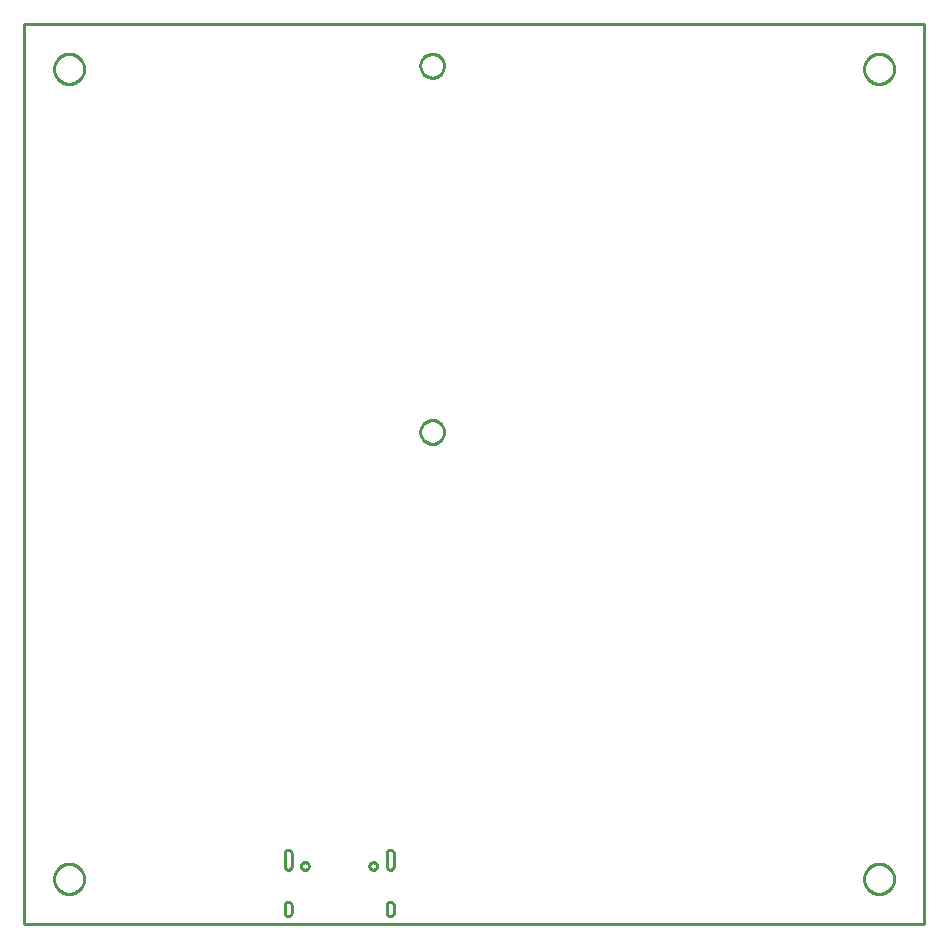
<source format=gbr>
G04 EAGLE Gerber RS-274X export*
G75*
%MOMM*%
%FSLAX34Y34*%
%LPD*%
%IN*%
%IPPOS*%
%AMOC8*
5,1,8,0,0,1.08239X$1,22.5*%
G01*
%ADD10C,0.254000*%


D10*
X0Y0D02*
X762000Y0D01*
X762000Y762000D01*
X0Y762000D01*
X0Y0D01*
X306900Y48850D02*
X306911Y48589D01*
X306946Y48329D01*
X307002Y48074D01*
X307081Y47824D01*
X307181Y47582D01*
X307302Y47350D01*
X307443Y47129D01*
X307602Y46922D01*
X307779Y46729D01*
X307972Y46552D01*
X308179Y46393D01*
X308400Y46252D01*
X308632Y46131D01*
X308874Y46031D01*
X309124Y45952D01*
X309379Y45896D01*
X309639Y45861D01*
X309900Y45850D01*
X310161Y45861D01*
X310421Y45896D01*
X310676Y45952D01*
X310926Y46031D01*
X311168Y46131D01*
X311400Y46252D01*
X311621Y46393D01*
X311828Y46552D01*
X312021Y46729D01*
X312198Y46922D01*
X312357Y47129D01*
X312498Y47350D01*
X312619Y47582D01*
X312719Y47824D01*
X312798Y48074D01*
X312854Y48329D01*
X312889Y48589D01*
X312900Y48850D01*
X312900Y59850D01*
X312889Y60111D01*
X312854Y60371D01*
X312798Y60626D01*
X312719Y60876D01*
X312619Y61118D01*
X312498Y61350D01*
X312357Y61571D01*
X312198Y61778D01*
X312021Y61971D01*
X311828Y62148D01*
X311621Y62307D01*
X311400Y62448D01*
X311168Y62569D01*
X310926Y62669D01*
X310676Y62748D01*
X310421Y62804D01*
X310161Y62839D01*
X309900Y62850D01*
X309639Y62839D01*
X309379Y62804D01*
X309124Y62748D01*
X308874Y62669D01*
X308632Y62569D01*
X308400Y62448D01*
X308179Y62307D01*
X307972Y62148D01*
X307779Y61971D01*
X307602Y61778D01*
X307443Y61571D01*
X307302Y61350D01*
X307181Y61118D01*
X307081Y60876D01*
X307002Y60626D01*
X306946Y60371D01*
X306911Y60111D01*
X306900Y59850D01*
X306900Y48850D01*
X306900Y9500D02*
X306911Y9239D01*
X306946Y8979D01*
X307002Y8724D01*
X307081Y8474D01*
X307181Y8232D01*
X307302Y8000D01*
X307443Y7779D01*
X307602Y7572D01*
X307779Y7379D01*
X307972Y7202D01*
X308179Y7043D01*
X308400Y6902D01*
X308632Y6781D01*
X308874Y6681D01*
X309124Y6602D01*
X309379Y6546D01*
X309639Y6511D01*
X309900Y6500D01*
X310161Y6511D01*
X310421Y6546D01*
X310676Y6602D01*
X310926Y6681D01*
X311168Y6781D01*
X311400Y6902D01*
X311621Y7043D01*
X311828Y7202D01*
X312021Y7379D01*
X312198Y7572D01*
X312357Y7779D01*
X312498Y8000D01*
X312619Y8232D01*
X312719Y8474D01*
X312798Y8724D01*
X312854Y8979D01*
X312889Y9239D01*
X312900Y9500D01*
X312900Y15700D01*
X312889Y15961D01*
X312854Y16221D01*
X312798Y16476D01*
X312719Y16726D01*
X312619Y16968D01*
X312498Y17200D01*
X312357Y17421D01*
X312198Y17628D01*
X312021Y17821D01*
X311828Y17998D01*
X311621Y18157D01*
X311400Y18298D01*
X311168Y18419D01*
X310926Y18519D01*
X310676Y18598D01*
X310421Y18654D01*
X310161Y18689D01*
X309900Y18700D01*
X309639Y18689D01*
X309379Y18654D01*
X309124Y18598D01*
X308874Y18519D01*
X308632Y18419D01*
X308400Y18298D01*
X308179Y18157D01*
X307972Y17998D01*
X307779Y17821D01*
X307602Y17628D01*
X307443Y17421D01*
X307302Y17200D01*
X307181Y16968D01*
X307081Y16726D01*
X307002Y16476D01*
X306946Y16221D01*
X306911Y15961D01*
X306900Y15700D01*
X306900Y9500D01*
X220500Y9500D02*
X220511Y9239D01*
X220546Y8979D01*
X220602Y8724D01*
X220681Y8474D01*
X220781Y8232D01*
X220902Y8000D01*
X221043Y7779D01*
X221202Y7572D01*
X221379Y7379D01*
X221572Y7202D01*
X221779Y7043D01*
X222000Y6902D01*
X222232Y6781D01*
X222474Y6681D01*
X222724Y6602D01*
X222979Y6546D01*
X223239Y6511D01*
X223500Y6500D01*
X223761Y6511D01*
X224021Y6546D01*
X224276Y6602D01*
X224526Y6681D01*
X224768Y6781D01*
X225000Y6902D01*
X225221Y7043D01*
X225428Y7202D01*
X225621Y7379D01*
X225798Y7572D01*
X225957Y7779D01*
X226098Y8000D01*
X226219Y8232D01*
X226319Y8474D01*
X226398Y8724D01*
X226454Y8979D01*
X226489Y9239D01*
X226500Y9500D01*
X226500Y15700D01*
X226489Y15961D01*
X226454Y16221D01*
X226398Y16476D01*
X226319Y16726D01*
X226219Y16968D01*
X226098Y17200D01*
X225957Y17421D01*
X225798Y17628D01*
X225621Y17821D01*
X225428Y17998D01*
X225221Y18157D01*
X225000Y18298D01*
X224768Y18419D01*
X224526Y18519D01*
X224276Y18598D01*
X224021Y18654D01*
X223761Y18689D01*
X223500Y18700D01*
X223239Y18689D01*
X222979Y18654D01*
X222724Y18598D01*
X222474Y18519D01*
X222232Y18419D01*
X222000Y18298D01*
X221779Y18157D01*
X221572Y17998D01*
X221379Y17821D01*
X221202Y17628D01*
X221043Y17421D01*
X220902Y17200D01*
X220781Y16968D01*
X220681Y16726D01*
X220602Y16476D01*
X220546Y16221D01*
X220511Y15961D01*
X220500Y15700D01*
X220500Y9500D01*
X220500Y48850D02*
X220511Y48589D01*
X220546Y48329D01*
X220602Y48074D01*
X220681Y47824D01*
X220781Y47582D01*
X220902Y47350D01*
X221043Y47129D01*
X221202Y46922D01*
X221379Y46729D01*
X221572Y46552D01*
X221779Y46393D01*
X222000Y46252D01*
X222232Y46131D01*
X222474Y46031D01*
X222724Y45952D01*
X222979Y45896D01*
X223239Y45861D01*
X223500Y45850D01*
X223761Y45861D01*
X224021Y45896D01*
X224276Y45952D01*
X224526Y46031D01*
X224768Y46131D01*
X225000Y46252D01*
X225221Y46393D01*
X225428Y46552D01*
X225621Y46729D01*
X225798Y46922D01*
X225957Y47129D01*
X226098Y47350D01*
X226219Y47582D01*
X226319Y47824D01*
X226398Y48074D01*
X226454Y48329D01*
X226489Y48589D01*
X226500Y48850D01*
X226500Y59850D01*
X226489Y60111D01*
X226454Y60371D01*
X226398Y60626D01*
X226319Y60876D01*
X226219Y61118D01*
X226098Y61350D01*
X225957Y61571D01*
X225798Y61778D01*
X225621Y61971D01*
X225428Y62148D01*
X225221Y62307D01*
X225000Y62448D01*
X224768Y62569D01*
X224526Y62669D01*
X224276Y62748D01*
X224021Y62804D01*
X223761Y62839D01*
X223500Y62850D01*
X223239Y62839D01*
X222979Y62804D01*
X222724Y62748D01*
X222474Y62669D01*
X222232Y62569D01*
X222000Y62448D01*
X221779Y62307D01*
X221572Y62148D01*
X221379Y61971D01*
X221202Y61778D01*
X221043Y61571D01*
X220902Y61350D01*
X220781Y61118D01*
X220681Y60876D01*
X220602Y60626D01*
X220546Y60371D01*
X220511Y60111D01*
X220500Y59850D01*
X220500Y48850D01*
X50800Y37601D02*
X50722Y36606D01*
X50566Y35620D01*
X50333Y34650D01*
X50024Y33701D01*
X49642Y32779D01*
X49189Y31890D01*
X48668Y31039D01*
X48081Y30231D01*
X47433Y29473D01*
X46727Y28767D01*
X45969Y28119D01*
X45161Y27532D01*
X44310Y27011D01*
X43421Y26558D01*
X42499Y26176D01*
X41550Y25867D01*
X40580Y25634D01*
X39594Y25478D01*
X38599Y25400D01*
X37601Y25400D01*
X36606Y25478D01*
X35620Y25634D01*
X34650Y25867D01*
X33701Y26176D01*
X32779Y26558D01*
X31890Y27011D01*
X31039Y27532D01*
X30231Y28119D01*
X29473Y28767D01*
X28767Y29473D01*
X28119Y30231D01*
X27532Y31039D01*
X27011Y31890D01*
X26558Y32779D01*
X26176Y33701D01*
X25867Y34650D01*
X25634Y35620D01*
X25478Y36606D01*
X25400Y37601D01*
X25400Y38599D01*
X25478Y39594D01*
X25634Y40580D01*
X25867Y41550D01*
X26176Y42499D01*
X26558Y43421D01*
X27011Y44310D01*
X27532Y45161D01*
X28119Y45969D01*
X28767Y46727D01*
X29473Y47433D01*
X30231Y48081D01*
X31039Y48668D01*
X31890Y49189D01*
X32779Y49642D01*
X33701Y50024D01*
X34650Y50333D01*
X35620Y50566D01*
X36606Y50722D01*
X37601Y50800D01*
X38599Y50800D01*
X39594Y50722D01*
X40580Y50566D01*
X41550Y50333D01*
X42499Y50024D01*
X43421Y49642D01*
X44310Y49189D01*
X45161Y48668D01*
X45969Y48081D01*
X46727Y47433D01*
X47433Y46727D01*
X48081Y45969D01*
X48668Y45161D01*
X49189Y44310D01*
X49642Y43421D01*
X50024Y42499D01*
X50333Y41550D01*
X50566Y40580D01*
X50722Y39594D01*
X50800Y38599D01*
X50800Y37601D01*
X736600Y37601D02*
X736522Y36606D01*
X736366Y35620D01*
X736133Y34650D01*
X735824Y33701D01*
X735442Y32779D01*
X734989Y31890D01*
X734468Y31039D01*
X733881Y30231D01*
X733233Y29473D01*
X732527Y28767D01*
X731769Y28119D01*
X730961Y27532D01*
X730110Y27011D01*
X729221Y26558D01*
X728299Y26176D01*
X727350Y25867D01*
X726380Y25634D01*
X725394Y25478D01*
X724399Y25400D01*
X723401Y25400D01*
X722406Y25478D01*
X721420Y25634D01*
X720450Y25867D01*
X719501Y26176D01*
X718579Y26558D01*
X717690Y27011D01*
X716839Y27532D01*
X716031Y28119D01*
X715273Y28767D01*
X714567Y29473D01*
X713919Y30231D01*
X713332Y31039D01*
X712811Y31890D01*
X712358Y32779D01*
X711976Y33701D01*
X711667Y34650D01*
X711434Y35620D01*
X711278Y36606D01*
X711200Y37601D01*
X711200Y38599D01*
X711278Y39594D01*
X711434Y40580D01*
X711667Y41550D01*
X711976Y42499D01*
X712358Y43421D01*
X712811Y44310D01*
X713332Y45161D01*
X713919Y45969D01*
X714567Y46727D01*
X715273Y47433D01*
X716031Y48081D01*
X716839Y48668D01*
X717690Y49189D01*
X718579Y49642D01*
X719501Y50024D01*
X720450Y50333D01*
X721420Y50566D01*
X722406Y50722D01*
X723401Y50800D01*
X724399Y50800D01*
X725394Y50722D01*
X726380Y50566D01*
X727350Y50333D01*
X728299Y50024D01*
X729221Y49642D01*
X730110Y49189D01*
X730961Y48668D01*
X731769Y48081D01*
X732527Y47433D01*
X733233Y46727D01*
X733881Y45969D01*
X734468Y45161D01*
X734989Y44310D01*
X735442Y43421D01*
X735824Y42499D01*
X736133Y41550D01*
X736366Y40580D01*
X736522Y39594D01*
X736600Y38599D01*
X736600Y37601D01*
X50800Y723401D02*
X50722Y722406D01*
X50566Y721420D01*
X50333Y720450D01*
X50024Y719501D01*
X49642Y718579D01*
X49189Y717690D01*
X48668Y716839D01*
X48081Y716031D01*
X47433Y715273D01*
X46727Y714567D01*
X45969Y713919D01*
X45161Y713332D01*
X44310Y712811D01*
X43421Y712358D01*
X42499Y711976D01*
X41550Y711667D01*
X40580Y711434D01*
X39594Y711278D01*
X38599Y711200D01*
X37601Y711200D01*
X36606Y711278D01*
X35620Y711434D01*
X34650Y711667D01*
X33701Y711976D01*
X32779Y712358D01*
X31890Y712811D01*
X31039Y713332D01*
X30231Y713919D01*
X29473Y714567D01*
X28767Y715273D01*
X28119Y716031D01*
X27532Y716839D01*
X27011Y717690D01*
X26558Y718579D01*
X26176Y719501D01*
X25867Y720450D01*
X25634Y721420D01*
X25478Y722406D01*
X25400Y723401D01*
X25400Y724399D01*
X25478Y725394D01*
X25634Y726380D01*
X25867Y727350D01*
X26176Y728299D01*
X26558Y729221D01*
X27011Y730110D01*
X27532Y730961D01*
X28119Y731769D01*
X28767Y732527D01*
X29473Y733233D01*
X30231Y733881D01*
X31039Y734468D01*
X31890Y734989D01*
X32779Y735442D01*
X33701Y735824D01*
X34650Y736133D01*
X35620Y736366D01*
X36606Y736522D01*
X37601Y736600D01*
X38599Y736600D01*
X39594Y736522D01*
X40580Y736366D01*
X41550Y736133D01*
X42499Y735824D01*
X43421Y735442D01*
X44310Y734989D01*
X45161Y734468D01*
X45969Y733881D01*
X46727Y733233D01*
X47433Y732527D01*
X48081Y731769D01*
X48668Y730961D01*
X49189Y730110D01*
X49642Y729221D01*
X50024Y728299D01*
X50333Y727350D01*
X50566Y726380D01*
X50722Y725394D01*
X50800Y724399D01*
X50800Y723401D01*
X736600Y723401D02*
X736522Y722406D01*
X736366Y721420D01*
X736133Y720450D01*
X735824Y719501D01*
X735442Y718579D01*
X734989Y717690D01*
X734468Y716839D01*
X733881Y716031D01*
X733233Y715273D01*
X732527Y714567D01*
X731769Y713919D01*
X730961Y713332D01*
X730110Y712811D01*
X729221Y712358D01*
X728299Y711976D01*
X727350Y711667D01*
X726380Y711434D01*
X725394Y711278D01*
X724399Y711200D01*
X723401Y711200D01*
X722406Y711278D01*
X721420Y711434D01*
X720450Y711667D01*
X719501Y711976D01*
X718579Y712358D01*
X717690Y712811D01*
X716839Y713332D01*
X716031Y713919D01*
X715273Y714567D01*
X714567Y715273D01*
X713919Y716031D01*
X713332Y716839D01*
X712811Y717690D01*
X712358Y718579D01*
X711976Y719501D01*
X711667Y720450D01*
X711434Y721420D01*
X711278Y722406D01*
X711200Y723401D01*
X711200Y724399D01*
X711278Y725394D01*
X711434Y726380D01*
X711667Y727350D01*
X711976Y728299D01*
X712358Y729221D01*
X712811Y730110D01*
X713332Y730961D01*
X713919Y731769D01*
X714567Y732527D01*
X715273Y733233D01*
X716031Y733881D01*
X716839Y734468D01*
X717690Y734989D01*
X718579Y735442D01*
X719501Y735824D01*
X720450Y736133D01*
X721420Y736366D01*
X722406Y736522D01*
X723401Y736600D01*
X724399Y736600D01*
X725394Y736522D01*
X726380Y736366D01*
X727350Y736133D01*
X728299Y735824D01*
X729221Y735442D01*
X730110Y734989D01*
X730961Y734468D01*
X731769Y733881D01*
X732527Y733233D01*
X733233Y732527D01*
X733881Y731769D01*
X734468Y730961D01*
X734989Y730110D01*
X735442Y729221D01*
X735824Y728299D01*
X736133Y727350D01*
X736366Y726380D01*
X736522Y725394D01*
X736600Y724399D01*
X736600Y723401D01*
X355500Y416063D02*
X355424Y415194D01*
X355272Y414334D01*
X355046Y413490D01*
X354748Y412670D01*
X354379Y411878D01*
X353942Y411122D01*
X353441Y410407D01*
X352880Y409738D01*
X352262Y409120D01*
X351593Y408559D01*
X350878Y408058D01*
X350122Y407621D01*
X349330Y407252D01*
X348510Y406954D01*
X347666Y406728D01*
X346807Y406576D01*
X345937Y406500D01*
X345063Y406500D01*
X344194Y406576D01*
X343334Y406728D01*
X342490Y406954D01*
X341670Y407252D01*
X340878Y407621D01*
X340122Y408058D01*
X339407Y408559D01*
X338738Y409120D01*
X338120Y409738D01*
X337559Y410407D01*
X337058Y411122D01*
X336621Y411878D01*
X336252Y412670D01*
X335954Y413490D01*
X335728Y414334D01*
X335576Y415194D01*
X335500Y416063D01*
X335500Y416937D01*
X335576Y417807D01*
X335728Y418666D01*
X335954Y419510D01*
X336252Y420330D01*
X336621Y421122D01*
X337058Y421878D01*
X337559Y422593D01*
X338120Y423262D01*
X338738Y423880D01*
X339407Y424441D01*
X340122Y424942D01*
X340878Y425379D01*
X341670Y425748D01*
X342490Y426046D01*
X343334Y426272D01*
X344194Y426424D01*
X345063Y426500D01*
X345937Y426500D01*
X346807Y426424D01*
X347666Y426272D01*
X348510Y426046D01*
X349330Y425748D01*
X350122Y425379D01*
X350878Y424942D01*
X351593Y424441D01*
X352262Y423880D01*
X352880Y423262D01*
X353441Y422593D01*
X353942Y421878D01*
X354379Y421122D01*
X354748Y420330D01*
X355046Y419510D01*
X355272Y418666D01*
X355424Y417807D01*
X355500Y416937D01*
X355500Y416063D01*
X355500Y726063D02*
X355424Y725194D01*
X355272Y724334D01*
X355046Y723490D01*
X354748Y722670D01*
X354379Y721878D01*
X353942Y721122D01*
X353441Y720407D01*
X352880Y719738D01*
X352262Y719120D01*
X351593Y718559D01*
X350878Y718058D01*
X350122Y717621D01*
X349330Y717252D01*
X348510Y716954D01*
X347666Y716728D01*
X346807Y716576D01*
X345937Y716500D01*
X345063Y716500D01*
X344194Y716576D01*
X343334Y716728D01*
X342490Y716954D01*
X341670Y717252D01*
X340878Y717621D01*
X340122Y718058D01*
X339407Y718559D01*
X338738Y719120D01*
X338120Y719738D01*
X337559Y720407D01*
X337058Y721122D01*
X336621Y721878D01*
X336252Y722670D01*
X335954Y723490D01*
X335728Y724334D01*
X335576Y725194D01*
X335500Y726063D01*
X335500Y726937D01*
X335576Y727807D01*
X335728Y728666D01*
X335954Y729510D01*
X336252Y730330D01*
X336621Y731122D01*
X337058Y731878D01*
X337559Y732593D01*
X338120Y733262D01*
X338738Y733880D01*
X339407Y734441D01*
X340122Y734942D01*
X340878Y735379D01*
X341670Y735748D01*
X342490Y736046D01*
X343334Y736272D01*
X344194Y736424D01*
X345063Y736500D01*
X345937Y736500D01*
X346807Y736424D01*
X347666Y736272D01*
X348510Y736046D01*
X349330Y735748D01*
X350122Y735379D01*
X350878Y734942D01*
X351593Y734441D01*
X352262Y733880D01*
X352880Y733262D01*
X353441Y732593D01*
X353942Y731878D01*
X354379Y731122D01*
X354748Y730330D01*
X355046Y729510D01*
X355272Y728666D01*
X355424Y727807D01*
X355500Y726937D01*
X355500Y726063D01*
X241050Y48837D02*
X240994Y48415D01*
X240884Y48003D01*
X240721Y47609D01*
X240508Y47241D01*
X240249Y46903D01*
X239947Y46601D01*
X239609Y46342D01*
X239241Y46129D01*
X238847Y45966D01*
X238435Y45856D01*
X238013Y45800D01*
X237587Y45800D01*
X237165Y45856D01*
X236753Y45966D01*
X236359Y46129D01*
X235991Y46342D01*
X235653Y46601D01*
X235351Y46903D01*
X235092Y47241D01*
X234879Y47609D01*
X234716Y48003D01*
X234606Y48415D01*
X234550Y48837D01*
X234550Y49263D01*
X234606Y49685D01*
X234716Y50097D01*
X234879Y50491D01*
X235092Y50859D01*
X235351Y51197D01*
X235653Y51499D01*
X235991Y51758D01*
X236359Y51971D01*
X236753Y52134D01*
X237165Y52244D01*
X237587Y52300D01*
X238013Y52300D01*
X238435Y52244D01*
X238847Y52134D01*
X239241Y51971D01*
X239609Y51758D01*
X239947Y51499D01*
X240249Y51197D01*
X240508Y50859D01*
X240721Y50491D01*
X240884Y50097D01*
X240994Y49685D01*
X241050Y49263D01*
X241050Y48837D01*
X298850Y48837D02*
X298794Y48415D01*
X298684Y48003D01*
X298521Y47609D01*
X298308Y47241D01*
X298049Y46903D01*
X297747Y46601D01*
X297409Y46342D01*
X297041Y46129D01*
X296647Y45966D01*
X296235Y45856D01*
X295813Y45800D01*
X295387Y45800D01*
X294965Y45856D01*
X294553Y45966D01*
X294159Y46129D01*
X293791Y46342D01*
X293453Y46601D01*
X293151Y46903D01*
X292892Y47241D01*
X292679Y47609D01*
X292516Y48003D01*
X292406Y48415D01*
X292350Y48837D01*
X292350Y49263D01*
X292406Y49685D01*
X292516Y50097D01*
X292679Y50491D01*
X292892Y50859D01*
X293151Y51197D01*
X293453Y51499D01*
X293791Y51758D01*
X294159Y51971D01*
X294553Y52134D01*
X294965Y52244D01*
X295387Y52300D01*
X295813Y52300D01*
X296235Y52244D01*
X296647Y52134D01*
X297041Y51971D01*
X297409Y51758D01*
X297747Y51499D01*
X298049Y51197D01*
X298308Y50859D01*
X298521Y50491D01*
X298684Y50097D01*
X298794Y49685D01*
X298850Y49263D01*
X298850Y48837D01*
M02*

</source>
